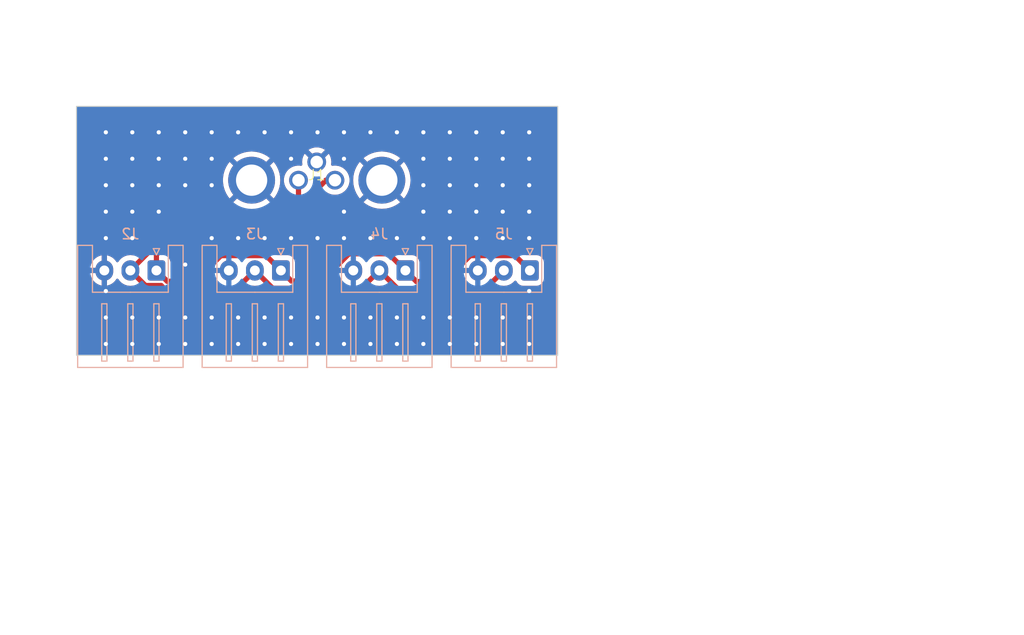
<source format=kicad_pcb>
(kicad_pcb (version 20221018) (generator pcbnew)
  (title_block (title "EP5 CAN bus connector board") (date "2024-05-06") (rev "1") (company "NTURacing") (comment 1 "郭哲明") (comment 2 "mainly for inverter") (comment 3 "1.6T/1oz/綠色防焊/白色文字/無鉛噴錫/各5pcs"))
  (layers (0 "F.Cu" signal) (31 "B.Cu" signal) (34 "B.Paste" user) (35 "F.Paste" user) (36 "B.SilkS" user "B.Silkscreen") (37 "F.SilkS" user "F.Silkscreen") (38 "B.Mask" user) (39 "F.Mask" user) (44 "Edge.Cuts" user))
  (net 0 "")
  (net 1 "CANH")
  (net 2 "CANL")
  (net 3 "GNDPWR")
  (footprint "nturt_kicad_lib:WP-03F3-09-11" (layer "F.Cu") (at 111.0488 55.5244)
    (fp_text reference "J1" (at 0 -0.5 unlocked) (layer "F.SilkS") (effects (font (thickness 0.1))))
    (fp_text value "CAN M83P")
    (pad "1" thru_hole circle (at 1.75 0) (size 1.8 1.8) (drill 1.2) (layers "*.Cu" "*.Mask") (net 1 "CANH"))
    (pad "3" thru_hole circle (at -1.75 0) (size 1.8 1.8) (drill 1.2) (layers "*.Cu" "*.Mask") (net 2 "CANL"))
    (pad "4" thru_hole circle (at 0 -1.75) (size 1.8 1.8) (drill 1.2) (layers "*.Cu" "*.Mask") (net 3 "GNDPWR"))
    (pad "5" thru_hole circle (at -6.25 0) (size 4.5 4.5) (drill 3) (layers "*.Cu" "*.Mask") (net 3 "GNDPWR"))
    (pad "5" thru_hole circle (at 6.25 0) (size 4.5 4.5) (drill 3) (layers "*.Cu" "*.Mask") (net 3 "GNDPWR"))
  )
  (footprint "Connector_JST:JST_XH_S3B-XH-A_1x03_P2.50mm_Horizontal" (layer "B.Cu") (at 95.6604 64.1902 180)
    (fp_text reference "J2" (at 2.5 3.5) (layer "B.SilkS") (effects (justify mirror)))
    (fp_text value "CNA inbox 1")
    (fp_line (start -2.56 -9.31) (end -2.56 2.41) (stroke (width 0.12)) (layer "B.SilkS"))
    (fp_line (start -2.56 2.41) (end -1.14 2.41) (stroke (width 0.12)) (layer "B.SilkS"))
    (fp_line (start -1.14 -2.09) (end 2.5 -2.09) (stroke (width 0.12)) (layer "B.SilkS"))
    (fp_line (start -1.14 2.41) (end -1.14 -2.09) (stroke (width 0.12)) (layer "B.SilkS"))
    (fp_line (start -0.3 2.1) (end 0.3 2.1) (stroke (width 0.12)) (layer "B.SilkS"))
    (fp_line (start -0.25 -8.7) (end 0.25 -8.7) (stroke (width 0.12)) (layer "B.SilkS"))
    (fp_line (start -0.25 -3.2) (end -0.25 -8.7) (stroke (width 0.12)) (layer "B.SilkS"))
    (fp_line (start 0 1.5) (end -0.3 2.1) (stroke (width 0.12)) (layer "B.SilkS"))
    (fp_line (start 0.25 -8.7) (end 0.25 -3.2) (stroke (width 0.12)) (layer "B.SilkS"))
    (fp_line (start 0.25 -3.2) (end -0.25 -3.2) (stroke (width 0.12)) (layer "B.SilkS"))
    (fp_line (start 0.3 2.1) (end 0 1.5) (stroke (width 0.12)) (layer "B.SilkS"))
    (fp_line (start 2.25 -8.7) (end 2.75 -8.7) (stroke (width 0.12)) (layer "B.SilkS"))
    (fp_line (start 2.25 -3.2) (end 2.25 -8.7) (stroke (width 0.12)) (layer "B.SilkS"))
    (fp_line (start 2.5 -9.31) (end -2.56 -9.31) (stroke (width 0.12)) (layer "B.SilkS"))
    (fp_line (start 2.5 -9.31) (end 7.56 -9.31) (stroke (width 0.12)) (layer "B.SilkS"))
    (fp_line (start 2.75 -8.7) (end 2.75 -3.2) (stroke (width 0.12)) (layer "B.SilkS"))
    (fp_line (start 2.75 -3.2) (end 2.25 -3.2) (stroke (width 0.12)) (layer "B.SilkS"))
    (fp_line (start 4.75 -8.7) (end 5.25 -8.7) (stroke (width 0.12)) (layer "B.SilkS"))
    (fp_line (start 4.75 -3.2) (end 4.75 -8.7) (stroke (width 0.12)) (layer "B.SilkS"))
    (fp_line (start 5.25 -8.7) (end 5.25 -3.2) (stroke (width 0.12)) (layer "B.SilkS"))
    (fp_line (start 5.25 -3.2) (end 4.75 -3.2) (stroke (width 0.12)) (layer "B.SilkS"))
    (fp_line (start 6.14 -2.09) (end 2.5 -2.09) (stroke (width 0.12)) (layer "B.SilkS"))
    (fp_line (start 6.14 2.41) (end 6.14 -2.09) (stroke (width 0.12)) (layer "B.SilkS"))
    (fp_line (start 7.56 -9.31) (end 7.56 2.41) (stroke (width 0.12)) (layer "B.SilkS"))
    (fp_line (start 7.56 2.41) (end 6.14 2.41) (stroke (width 0.12)) (layer "B.SilkS"))
    (pad "1" thru_hole roundrect (at 0 0 180) (size 1.7 1.95) (drill 0.95) (layers "*.Cu" "*.Mask") (roundrect_rratio 0.1470588235) (net 1 "CANH"))
    (pad "2" thru_hole oval (at 2.5 0 180) (size 1.7 1.95) (drill 0.95) (layers "*.Cu" "*.Mask") (net 2 "CANL"))
    (pad "3" thru_hole oval (at 5 0 180) (size 1.7 1.95) (drill 0.95) (layers "*.Cu" "*.Mask") (net 3 "GNDPWR"))
  )
  (footprint "Connector_JST:JST_XH_S3B-XH-A_1x03_P2.50mm_Horizontal" (layer "B.Cu") (at 107.6104 64.1902 180)
    (fp_text reference "J3" (at 2.5 3.5) (layer "B.SilkS") (effects (justify mirror)))
    (fp_text value "CAN inbox 2")
    (fp_line (start -2.56 -9.31) (end -2.56 2.41) (stroke (width 0.12)) (layer "B.SilkS"))
    (fp_line (start -2.56 2.41) (end -1.14 2.41) (stroke (width 0.12)) (layer "B.SilkS"))
    (fp_line (start -1.14 -2.09) (end 2.5 -2.09) (stroke (width 0.12)) (layer "B.SilkS"))
    (fp_line (start -1.14 2.41) (end -1.14 -2.09) (stroke (width 0.12)) (layer "B.SilkS"))
    (fp_line (start -0.3 2.1) (end 0.3 2.1) (stroke (width 0.12)) (layer "B.SilkS"))
    (fp_line (start -0.25 -8.7) (end 0.25 -8.7) (stroke (width 0.12)) (layer "B.SilkS"))
    (fp_line (start -0.25 -3.2) (end -0.25 -8.7) (stroke (width 0.12)) (layer "B.SilkS"))
    (fp_line (start 0 1.5) (end -0.3 2.1) (stroke (width 0.12)) (layer "B.SilkS"))
    (fp_line (start 0.25 -8.7) (end 0.25 -3.2) (stroke (width 0.12)) (layer "B.SilkS"))
    (fp_line (start 0.25 -3.2) (end -0.25 -3.2) (stroke (width 0.12)) (layer "B.SilkS"))
    (fp_line (start 0.3 2.1) (end 0 1.5) (stroke (width 0.12)) (layer "B.SilkS"))
    (fp_line (start 2.25 -8.7) (end 2.75 -8.7) (stroke (width 0.12)) (layer "B.SilkS"))
    (fp_line (start 2.25 -3.2) (end 2.25 -8.7) (stroke (width 0.12)) (layer "B.SilkS"))
    (fp_line (start 2.5 -9.31) (end -2.56 -9.31) (stroke (width 0.12)) (layer "B.SilkS"))
    (fp_line (start 2.5 -9.31) (end 7.56 -9.31) (stroke (width 0.12)) (layer "B.SilkS"))
    (fp_line (start 2.75 -8.7) (end 2.75 -3.2) (stroke (width 0.12)) (layer "B.SilkS"))
    (fp_line (start 2.75 -3.2) (end 2.25 -3.2) (stroke (width 0.12)) (layer "B.SilkS"))
    (fp_line (start 4.75 -8.7) (end 5.25 -8.7) (stroke (width 0.12)) (layer "B.SilkS"))
    (fp_line (start 4.75 -3.2) (end 4.75 -8.7) (stroke (width 0.12)) (layer "B.SilkS"))
    (fp_line (start 5.25 -8.7) (end 5.25 -3.2) (stroke (width 0.12)) (layer "B.SilkS"))
    (fp_line (start 5.25 -3.2) (end 4.75 -3.2) (stroke (width 0.12)) (layer "B.SilkS"))
    (fp_line (start 6.14 -2.09) (end 2.5 -2.09) (stroke (width 0.12)) (layer "B.SilkS"))
    (fp_line (start 6.14 2.41) (end 6.14 -2.09) (stroke (width 0.12)) (layer "B.SilkS"))
    (fp_line (start 7.56 -9.31) (end 7.56 2.41) (stroke (width 0.12)) (layer "B.SilkS"))
    (fp_line (start 7.56 2.41) (end 6.14 2.41) (stroke (width 0.12)) (layer "B.SilkS"))
    (pad "1" thru_hole roundrect (at 0 0 180) (size 1.7 1.95) (drill 0.95) (layers "*.Cu" "*.Mask") (roundrect_rratio 0.1470588235) (net 1 "CANH"))
    (pad "2" thru_hole oval (at 2.5 0 180) (size 1.7 1.95) (drill 0.95) (layers "*.Cu" "*.Mask") (net 2 "CANL"))
    (pad "3" thru_hole oval (at 5 0 180) (size 1.7 1.95) (drill 0.95) (layers "*.Cu" "*.Mask") (net 3 "GNDPWR"))
  )
  (footprint "Connector_JST:JST_XH_S3B-XH-A_1x03_P2.50mm_Horizontal" (layer "B.Cu") (at 131.5104 64.1902 180)
    (fp_text reference "J5" (at 2.5 3.5) (layer "B.SilkS") (effects (justify mirror)))
    (fp_text value "CAN inbox 4")
    (fp_line (start -2.56 -9.31) (end -2.56 2.41) (stroke (width 0.12)) (layer "B.SilkS"))
    (fp_line (start -2.56 2.41) (end -1.14 2.41) (stroke (width 0.12)) (layer "B.SilkS"))
    (fp_line (start -1.14 -2.09) (end 2.5 -2.09) (stroke (width 0.12)) (layer "B.SilkS"))
    (fp_line (start -1.14 2.41) (end -1.14 -2.09) (stroke (width 0.12)) (layer "B.SilkS"))
    (fp_line (start -0.3 2.1) (end 0.3 2.1) (stroke (width 0.12)) (layer "B.SilkS"))
    (fp_line (start -0.25 -8.7) (end 0.25 -8.7) (stroke (width 0.12)) (layer "B.SilkS"))
    (fp_line (start -0.25 -3.2) (end -0.25 -8.7) (stroke (width 0.12)) (layer "B.SilkS"))
    (fp_line (start 0 1.5) (end -0.3 2.1) (stroke (width 0.12)) (layer "B.SilkS"))
    (fp_line (start 0.25 -8.7) (end 0.25 -3.2) (stroke (width 0.12)) (layer "B.SilkS"))
    (fp_line (start 0.25 -3.2) (end -0.25 -3.2) (stroke (width 0.12)) (layer "B.SilkS"))
    (fp_line (start 0.3 2.1) (end 0 1.5) (stroke (width 0.12)) (layer "B.SilkS"))
    (fp_line (start 2.25 -8.7) (end 2.75 -8.7) (stroke (width 0.12)) (layer "B.SilkS"))
    (fp_line (start 2.25 -3.2) (end 2.25 -8.7) (stroke (width 0.12)) (layer "B.SilkS"))
    (fp_line (start 2.5 -9.31) (end -2.56 -9.31) (stroke (width 0.12)) (layer "B.SilkS"))
    (fp_line (start 2.5 -9.31) (end 7.56 -9.31) (stroke (width 0.12)) (layer "B.SilkS"))
    (fp_line (start 2.75 -8.7) (end 2.75 -3.2) (stroke (width 0.12)) (layer "B.SilkS"))
    (fp_line (start 2.75 -3.2) (end 2.25 -3.2) (stroke (width 0.12)) (layer "B.SilkS"))
    (fp_line (start 4.75 -8.7) (end 5.25 -8.7) (stroke (width 0.12)) (layer "B.SilkS"))
    (fp_line (start 4.75 -3.2) (end 4.75 -8.7) (stroke (width 0.12)) (layer "B.SilkS"))
    (fp_line (start 5.25 -8.7) (end 5.25 -3.2) (stroke (width 0.12)) (layer "B.SilkS"))
    (fp_line (start 5.25 -3.2) (end 4.75 -3.2) (stroke (width 0.12)) (layer "B.SilkS"))
    (fp_line (start 6.14 -2.09) (end 2.5 -2.09) (stroke (width 0.12)) (layer "B.SilkS"))
    (fp_line (start 6.14 2.41) (end 6.14 -2.09) (stroke (width 0.12)) (layer "B.SilkS"))
    (fp_line (start 7.56 -9.31) (end 7.56 2.41) (stroke (width 0.12)) (layer "B.SilkS"))
    (fp_line (start 7.56 2.41) (end 6.14 2.41) (stroke (width 0.12)) (layer "B.SilkS"))
    (pad "1" thru_hole roundrect (at 0 0 180) (size 1.7 1.95) (drill 0.95) (layers "*.Cu" "*.Mask") (roundrect_rratio 0.1470588235) (net 1 "CANH"))
    (pad "2" thru_hole oval (at 2.5 0 180) (size 1.7 1.95) (drill 0.95) (layers "*.Cu" "*.Mask") (net 2 "CANL"))
    (pad "3" thru_hole oval (at 5 0 180) (size 1.7 1.95) (drill 0.95) (layers "*.Cu" "*.Mask") (net 3 "GNDPWR"))
  )
  (footprint "Connector_JST:JST_XH_S3B-XH-A_1x03_P2.50mm_Horizontal" (layer "B.Cu") (at 119.5604 64.1902 180)
    (fp_text reference "J4" (at 2.5 3.5) (layer "B.SilkS") (effects (justify mirror)))
    (fp_text value "CAN inbox 3")
    (fp_line (start -2.56 -9.31) (end -2.56 2.41) (stroke (width 0.12)) (layer "B.SilkS"))
    (fp_line (start -2.56 2.41) (end -1.14 2.41) (stroke (width 0.12)) (layer "B.SilkS"))
    (fp_line (start -1.14 -2.09) (end 2.5 -2.09) (stroke (width 0.12)) (layer "B.SilkS"))
    (fp_line (start -1.14 2.41) (end -1.14 -2.09) (stroke (width 0.12)) (layer "B.SilkS"))
    (fp_line (start -0.3 2.1) (end 0.3 2.1) (stroke (width 0.12)) (layer "B.SilkS"))
    (fp_line (start -0.25 -8.7) (end 0.25 -8.7) (stroke (width 0.12)) (layer "B.SilkS"))
    (fp_line (start -0.25 -3.2) (end -0.25 -8.7) (stroke (width 0.12)) (layer "B.SilkS"))
    (fp_line (start 0 1.5) (end -0.3 2.1) (stroke (width 0.12)) (layer "B.SilkS"))
    (fp_line (start 0.25 -8.7) (end 0.25 -3.2) (stroke (width 0.12)) (layer "B.SilkS"))
    (fp_line (start 0.25 -3.2) (end -0.25 -3.2) (stroke (width 0.12)) (layer "B.SilkS"))
    (fp_line (start 0.3 2.1) (end 0 1.5) (stroke (width 0.12)) (layer "B.SilkS"))
    (fp_line (start 2.25 -8.7) (end 2.75 -8.7) (stroke (width 0.12)) (layer "B.SilkS"))
    (fp_line (start 2.25 -3.2) (end 2.25 -8.7) (stroke (width 0.12)) (layer "B.SilkS"))
    (fp_line (start 2.5 -9.31) (end -2.56 -9.31) (stroke (width 0.12)) (layer "B.SilkS"))
    (fp_line (start 2.5 -9.31) (end 7.56 -9.31) (stroke (width 0.12)) (layer "B.SilkS"))
    (fp_line (start 2.75 -8.7) (end 2.75 -3.2) (stroke (width 0.12)) (layer "B.SilkS"))
    (fp_line (start 2.75 -3.2) (end 2.25 -3.2) (stroke (width 0.12)) (layer "B.SilkS"))
    (fp_line (start 4.75 -8.7) (end 5.25 -8.7) (stroke (width 0.12)) (layer "B.SilkS"))
    (fp_line (start 4.75 -3.2) (end 4.75 -8.7) (stroke (width 0.12)) (layer "B.SilkS"))
    (fp_line (start 5.25 -8.7) (end 5.25 -3.2) (stroke (width 0.12)) (layer "B.SilkS"))
    (fp_line (start 5.25 -3.2) (end 4.75 -3.2) (stroke (width 0.12)) (layer "B.SilkS"))
    (fp_line (start 6.14 -2.09) (end 2.5 -2.09) (stroke (width 0.12)) (layer "B.SilkS"))
    (fp_line (start 6.14 2.41) (end 6.14 -2.09) (stroke (width 0.12)) (layer "B.SilkS"))
    (fp_line (start 7.56 -9.31) (end 7.56 2.41) (stroke (width 0.12)) (layer "B.SilkS"))
    (fp_line (start 7.56 2.41) (end 6.14 2.41) (stroke (width 0.12)) (layer "B.SilkS"))
    (pad "1" thru_hole roundrect (at 0 0 180) (size 1.7 1.95) (drill 0.95) (layers "*.Cu" "*.Mask") (roundrect_rratio 0.1470588235) (net 1 "CANH"))
    (pad "2" thru_hole oval (at 2.5 0 180) (size 1.7 1.95) (drill 0.95) (layers "*.Cu" "*.Mask") (net 2 "CANL"))
    (pad "3" thru_hole oval (at 5 0 180) (size 1.7 1.95) (drill 0.95) (layers "*.Cu" "*.Mask") (net 3 "GNDPWR"))
  )
  (gr_rect (start 87.9856 48.4378) (end 134.1882 72.3392) (stroke (width 0.1)) (fill none) (layer "Edge.Cuts"))
  (segment (start 108.622 65.2018) (end 107.6104 64.1902) (width 0.5) (layer "F.Cu") (net 1))
  (segment (start 111.9378 55.5244) (end 108.189799 59.2724) (width 0.5) (layer "F.Cu") (net 1))
  (segment (start 123.2916 65.2526) (end 120.6228 65.2526) (width 0.5) (layer "F.Cu") (net 1))
  (segment (start 117.9558 62.5856) (end 114.1476 62.5856) (width 0.5) (layer "F.Cu") (net 1))
  (segment (start 120.6228 65.2526) (end 119.5604 64.1902) (width 0.5) (layer "F.Cu") (net 1))
  (segment (start 108.189799 59.2724) (end 99.06815 59.2724) (width 0.5) (layer "F.Cu") (net 1))
  (segment (start 125.779 62.7652) (end 123.2916 65.2526) (width 0.5) (layer "F.Cu") (net 1))
  (segment (start 101.8522 62.7652) (end 99.3902 65.2272) (width 0.5) (layer "F.Cu") (net 1))
  (segment (start 111.5314 65.2018) (end 108.622 65.2018) (width 0.5) (layer "F.Cu") (net 1))
  (segment (start 114.1476 62.5856) (end 111.5314 65.2018) (width 0.5) (layer "F.Cu") (net 1))
  (segment (start 106.1854 62.7652) (end 101.8522 62.7652) (width 0.5) (layer "F.Cu") (net 1))
  (segment (start 96.6974 65.2272) (end 95.6604 64.1902) (width 0.5) (layer "F.Cu") (net 1))
  (segment (start 112.7988 55.5244) (end 111.9378 55.5244) (width 0.5) (layer "F.Cu") (net 1))
  (segment (start 99.06815 59.2724) (end 95.6604 62.68015) (width 0.5) (layer "F.Cu") (net 1))
  (segment (start 99.3902 65.2272) (end 96.6974 65.2272) (width 0.5) (layer "F.Cu") (net 1))
  (segment (start 107.6104 64.1902) (end 106.1854 62.7652) (width 0.5) (layer "F.Cu") (net 1))
  (segment (start 119.5604 64.1902) (end 117.9558 62.5856) (width 0.5) (layer "F.Cu") (net 1))
  (segment (start 130.0854 62.7652) (end 125.779 62.7652) (width 0.5) (layer "F.Cu") (net 1))
  (segment (start 95.6604 62.68015) (end 95.6604 64.1902) (width 0.5) (layer "F.Cu") (net 1))
  (segment (start 131.5104 64.1902) (end 130.0854 62.7652) (width 0.5) (layer "F.Cu") (net 1))
  (segment (start 109.2988 55.5244) (end 109.2988 57.17345) (width 0.5) (layer "F.Cu") (net 2))
  (segment (start 103.3734 65.9272) (end 96.407451 65.9272) (width 0.5) (layer "F.Cu") (net 2))
  (segment (start 127.248 65.9526) (end 118.8228 65.9526) (width 0.5) (layer "F.Cu") (net 2))
  (segment (start 109.2988 57.17345) (end 107.89985 58.5724) (width 0.5) (layer "F.Cu") (net 2))
  (segment (start 107.89985 58.5724) (end 98.7782 58.5724) (width 0.5) (layer "F.Cu") (net 2))
  (segment (start 106.822 65.9018) (end 115.3488 65.9018) (width 0.5) (layer "F.Cu") (net 2))
  (segment (start 96.407451 65.9272) (end 96.113851 65.6336) (width 0.5) (layer "F.Cu") (net 2))
  (segment (start 129.0104 64.1902) (end 127.248 65.9526) (width 0.5) (layer "F.Cu") (net 2))
  (segment (start 115.3488 65.9018) (end 117.0604 64.1902) (width 0.5) (layer "F.Cu") (net 2))
  (segment (start 98.7782 58.5724) (end 93.1604 64.1902) (width 0.5) (layer "F.Cu") (net 2))
  (segment (start 94.6038 65.6336) (end 93.1604 64.1902) (width 0.5) (layer "F.Cu") (net 2))
  (segment (start 105.1104 64.1902) (end 103.3734 65.9272) (width 0.5) (layer "F.Cu") (net 2))
  (segment (start 105.1104 64.1902) (end 106.822 65.9018) (width 0.5) (layer "F.Cu") (net 2))
  (segment (start 118.8228 65.9526) (end 117.0604 64.1902) (width 0.5) (layer "F.Cu") (net 2))
  (segment (start 96.113851 65.6336) (end 94.6038 65.6336) (width 0.5) (layer "F.Cu") (net 2))
  (via (at 100.965 68.707) (size 0.8) (drill 0.4) (layers "F.Cu" "B.Cu") (net 3))
  (via (at 121.285 58.547) (size 0.8) (drill 0.4) (layers "F.Cu" "B.Cu") (net 3))
  (via (at 98.425 53.467) (size 0.8) (drill 0.4) (layers "F.Cu" "B.Cu") (net 3))
  (via (at 108.585 71.247) (size 0.8) (drill 0.4) (layers "F.Cu" "B.Cu") (net 3))
  (via (at 111.125 61.087) (size 0.8) (drill 0.4) (layers "F.Cu" "B.Cu") (net 3))
  (via (at 123.825 53.467) (size 0.8) (drill 0.4) (layers "F.Cu" "B.Cu") (net 3))
  (via (at 123.825 61.087) (size 0.8) (drill 0.4) (layers "F.Cu" "B.Cu") (net 3))
  (via (at 116.205 50.927) (size 0.8) (drill 0.4) (layers "F.Cu" "B.Cu") (net 3))
  (via (at 113.665 68.707) (size 0.8) (drill 0.4) (layers "F.Cu" "B.Cu") (net 3))
  (via (at 128.905 56.007) (size 0.8) (drill 0.4) (layers "F.Cu" "B.Cu") (net 3))
  (via (at 113.665 71.247) (size 0.8) (drill 0.4) (layers "F.Cu" "B.Cu") (net 3))
  (via (at 95.885 68.707) (size 0.8) (drill 0.4) (layers "F.Cu" "B.Cu") (net 3))
  (via (at 108.585 68.707) (size 0.8) (drill 0.4) (layers "F.Cu" "B.Cu") (net 3))
  (via (at 90.805 56.007) (size 0.8) (drill 0.4) (layers "F.Cu" "B.Cu") (net 3))
  (via (at 128.905 71.247) (size 0.8) (drill 0.4) (layers "F.Cu" "B.Cu") (net 3))
  (via (at 118.745 71.247) (size 0.8) (drill 0.4) (layers "F.Cu" "B.Cu") (net 3))
  (via (at 111.125 71.247) (size 0.8) (drill 0.4) (layers "F.Cu" "B.Cu") (net 3))
  (via (at 116.205 68.707) (size 0.8) (drill 0.4) (layers "F.Cu" "B.Cu") (net 3))
  (via (at 128.905 61.087) (size 0.8) (drill 0.4) (layers "F.Cu" "B.Cu") (net 3))
  (via (at 100.965 61.087) (size 0.8) (drill 0.4) (layers "F.Cu" "B.Cu") (net 3))
  (via (at 113.665 58.547) (size 0.8) (drill 0.4) (layers "F.Cu" "B.Cu") (net 3))
  (via (at 98.425 56.007) (size 0.8) (drill 0.4) (layers "F.Cu" "B.Cu") (net 3))
  (via (at 126.365 61.087) (size 0.8) (drill 0.4) (layers "F.Cu" "B.Cu") (net 3))
  (via (at 106.045 71.247) (size 0.8) (drill 0.4) (layers "F.Cu" "B.Cu") (net 3))
  (via (at 116.205 71.247) (size 0.8) (drill 0.4) (layers "F.Cu" "B.Cu") (net 3))
  (via (at 90.805 58.547) (size 0.8) (drill 0.4) (layers "F.Cu" "B.Cu") (net 3))
  (via (at 100.965 71.247) (size 0.8) (drill 0.4) (layers "F.Cu" "B.Cu") (net 3))
  (via (at 100.965 56.007) (size 0.8) (drill 0.4) (layers "F.Cu" "B.Cu") (net 3))
  (via (at 90.805 61.087) (size 0.8) (drill 0.4) (layers "F.Cu" "B.Cu") (net 3))
  (via (at 131.445 50.927) (size 0.8) (drill 0.4) (layers "F.Cu" "B.Cu") (net 3))
  (via (at 103.505 50.927) (size 0.8) (drill 0.4) (layers "F.Cu" "B.Cu") (net 3))
  (via (at 126.365 71.247) (size 0.8) (drill 0.4) (layers "F.Cu" "B.Cu") (net 3))
  (via (at 128.905 50.927) (size 0.8) (drill 0.4) (layers "F.Cu" "B.Cu") (net 3))
  (via (at 90.805 71.247) (size 0.8) (drill 0.4) (layers "F.Cu" "B.Cu") (net 3))
  (via (at 128.905 58.547) (size 0.8) (drill 0.4) (layers "F.Cu" "B.Cu") (net 3))
  (via (at 126.365 53.467) (size 0.8) (drill 0.4) (layers "F.Cu" "B.Cu") (net 3))
  (via (at 95.885 71.247) (size 0.8) (drill 0.4) (layers "F.Cu" "B.Cu") (net 3))
  (via (at 113.665 50.927) (size 0.8) (drill 0.4) (layers "F.Cu" "B.Cu") (net 3))
  (via (at 103.505 68.707) (size 0.8) (drill 0.4) (layers "F.Cu" "B.Cu") (net 3))
  (via (at 93.345 50.927) (size 0.8) (drill 0.4) (layers "F.Cu" "B.Cu") (net 3))
  (via (at 106.045 68.707) (size 0.8) (drill 0.4) (layers "F.Cu" "B.Cu") (net 3))
  (via (at 113.665 61.087) (size 0.8) (drill 0.4) (layers "F.Cu" "B.Cu") (net 3))
  (via (at 123.825 68.707) (size 0.8) (drill 0.4) (layers "F.Cu" "B.Cu") (net 3))
  (via (at 90.805 53.467) (size 0.8) (drill 0.4) (layers "F.Cu" "B.Cu") (net 3))
  (via (at 126.365 68.707) (size 0.8) (drill 0.4) (layers "F.Cu" "B.Cu") (net 3))
  (via (at 121.285 56.007) (size 0.8) (drill 0.4) (layers "F.Cu" "B.Cu") (net 3))
  (via (at 121.285 71.247) (size 0.8) (drill 0.4) (layers "F.Cu" "B.Cu") (net 3))
  (via (at 98.425 50.927) (size 0.8) (drill 0.4) (layers "F.Cu" "B.Cu") (net 3))
  (via (at 93.345 68.707) (size 0.8) (drill 0.4) (layers "F.Cu" "B.Cu") (net 3))
  (via (at 100.965 50.927) (size 0.8) (drill 0.4) (layers "F.Cu" "B.Cu") (net 3))
  (via (at 118.745 68.707) (size 0.8) (drill 0.4) (layers "F.Cu" "B.Cu") (net 3))
  (via (at 95.885 56.007) (size 0.8) (drill 0.4) (layers "F.Cu" "B.Cu") (net 3))
  (via (at 131.445 66.167) (size 0.8) (drill 0.4) (layers "F.Cu" "B.Cu") (net 3))
  (via (at 106.045 61.087) (size 0.8) (drill 0.4) (layers "F.Cu" "B.Cu") (net 3))
  (via (at 90.805 66.167) (size 0.8) (drill 0.4) (layers "F.Cu" "B.Cu") (net 3))
  (via (at 121.285 50.927) (size 0.8) (drill 0.4) (layers "F.Cu" "B.Cu") (net 3))
  (via (at 128.905 68.707) (size 0.8) (drill 0.4) (layers "F.Cu" "B.Cu") (net 3))
  (via (at 131.445 61.087) (size 0.8) (drill 0.4) (layers "F.Cu" "B.Cu") (net 3))
  (via (at 123.825 71.247) (size 0.8) (drill 0.4) (layers "F.Cu" "B.Cu") (net 3))
  (via (at 111.125 68.707) (size 0.8) (drill 0.4) (layers "F.Cu" "B.Cu") (net 3))
  (via (at 103.505 61.087) (size 0.8) (drill 0.4) (layers "F.Cu" "B.Cu") (net 3))
  (via (at 121.285 68.707) (size 0.8) (drill 0.4) (layers "F.Cu" "B.Cu") (net 3))
  (via (at 131.445 56.007) (size 0.8) (drill 0.4) (layers "F.Cu" "B.Cu") (net 3))
  (via (at 98.425 71.247) (size 0.8) (drill 0.4) (layers "F.Cu" "B.Cu") (net 3))
  (via (at 95.885 50.927) (size 0.8) (drill 0.4) (layers "F.Cu" "B.Cu") (net 3))
  (via (at 111.125 50.927) (size 0.8) (drill 0.4) (layers "F.Cu" "B.Cu") (net 3))
  (via (at 126.365 58.547) (size 0.8) (drill 0.4) (layers "F.Cu" "B.Cu") (net 3))
  (via (at 126.365 56.007) (size 0.8) (drill 0.4) (layers "F.Cu" "B.Cu") (net 3))
  (via (at 126.365 50.927) (size 0.8) (drill 0.4) (layers "F.Cu" "B.Cu") (net 3))
  (via (at 128.905 53.467) (size 0.8) (drill 0.4) (layers "F.Cu" "B.Cu") (net 3))
  (via (at 121.285 61.087) (size 0.8) (drill 0.4) (layers "F.Cu" "B.Cu") (net 3))
  (via (at 108.585 50.927) (size 0.8) (drill 0.4) (layers "F.Cu" "B.Cu") (net 3))
  (via (at 131.445 53.467) (size 0.8) (drill 0.4) (layers "F.Cu" "B.Cu") (net 3))
  (via (at 95.885 58.547) (size 0.8) (drill 0.4) (layers "F.Cu" "B.Cu") (net 3))
  (via (at 108.585 53.467) (size 0.8) (drill 0.4) (layers "F.Cu" "B.Cu") (net 3))
  (via (at 93.345 56.007) (size 0.8) (drill 0.4) (layers "F.Cu" "B.Cu") (net 3))
  (via (at 98.425 68.707) (size 0.8) (drill 0.4) (layers "F.Cu" "B.Cu") (net 3))
  (via (at 118.745 61.087) (size 0.8) (drill 0.4) (layers "F.Cu" "B.Cu") (net 3))
  (via (at 93.345 71.247) (size 0.8) (drill 0.4) (layers "F.Cu" "B.Cu") (net 3))
  (via (at 108.585 61.087) (size 0.8) (drill 0.4) (layers "F.Cu" "B.Cu") (net 3))
  (via (at 90.805 50.927) (size 0.8) (drill 0.4) (layers "F.Cu" "B.Cu") (net 3))
  (via (at 113.665 53.467) (size 0.8) (drill 0.4) (layers "F.Cu" "B.Cu") (net 3))
  (via (at 100.965 53.467) (size 0.8) (drill 0.4) (layers "F.Cu" "B.Cu") (net 3))
  (via (at 123.825 56.007) (size 0.8) (drill 0.4) (layers "F.Cu" "B.Cu") (net 3))
  (via (at 93.345 58.547) (size 0.8) (drill 0.4) (layers "F.Cu" "B.Cu") (net 3))
  (via (at 131.445 71.247) (size 0.8) (drill 0.4) (layers "F.Cu" "B.Cu") (net 3))
  (via (at 121.285 53.467) (size 0.8) (drill 0.4) (layers "F.Cu" "B.Cu") (net 3))
  (via (at 106.045 50.927) (size 0.8) (drill 0.4) (layers "F.Cu" "B.Cu") (net 3))
  (via (at 93.345 53.467) (size 0.8) (drill 0.4) (layers "F.Cu" "B.Cu") (net 3))
  (via (at 118.745 50.927) (size 0.8) (drill 0.4) (layers "F.Cu" "B.Cu") (net 3))
  (via (at 123.825 58.547) (size 0.8) (drill 0.4) (layers "F.Cu" "B.Cu") (net 3))
  (via (at 93.345 61.087) (size 0.8) (drill 0.4) (layers "F.Cu" "B.Cu") (net 3))
  (via (at 90.805 68.707) (size 0.8) (drill 0.4) (layers "F.Cu" "B.Cu") (net 3))
  (via (at 131.445 58.547) (size 0.8) (drill 0.4) (layers "F.Cu" "B.Cu") (net 3))
  (via (at 95.885 53.467) (size 0.8) (drill 0.4) (layers "F.Cu" "B.Cu") (net 3))
  (via (at 123.825 50.927) (size 0.8) (drill 0.4) (layers "F.Cu" "B.Cu") (net 3))
  (via (at 103.505 71.247) (size 0.8) (drill 0.4) (layers "F.Cu" "B.Cu") (net 3))
  (via (at 116.205 61.087) (size 0.8) (drill 0.4) (layers "F.Cu" "B.Cu") (net 3))
  (via (at 131.445 68.707) (size 0.8) (drill 0.4) (layers "F.Cu" "B.Cu") (net 3))
  (via (at 98.425 63.627) (size 0.8) (drill 0.4) (layers "F.Cu" "B.Cu") (net 3))
  (zone (net 3) (net_name "GNDPWR") (layers "F&B.Cu") (connect_pads (clearance 0.5)) (min_thickness 0.25) (fill yes (thermal_gap 0.5) (thermal_bridge_width 0.5))
    (polygon (pts (xy 82.8548 38.227) (xy 80.645 91.7702) (xy 178.943 99.187) (xy 178.3842 39.5478)))
  )
)
</source>
